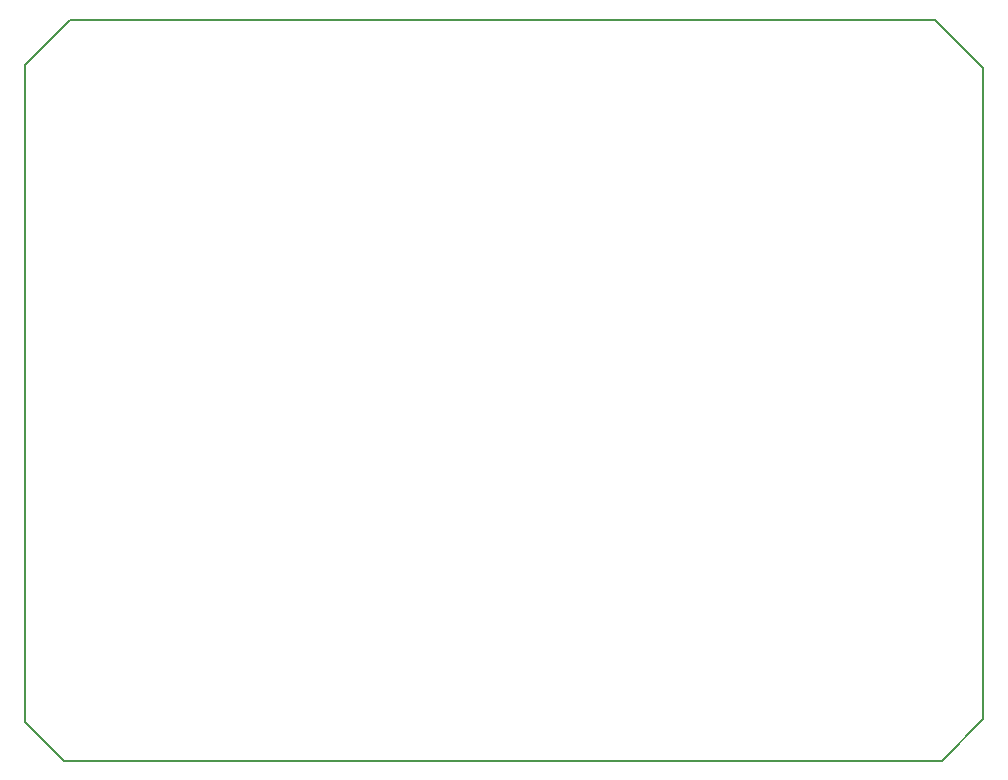
<source format=gm1>
G04 #@! TF.GenerationSoftware,KiCad,Pcbnew,(5.0.2)-1*
G04 #@! TF.CreationDate,2024-08-16T20:27:31+02:00*
G04 #@! TF.ProjectId,MashMachine,4d617368-4d61-4636-9869-6e652e6b6963,rev?*
G04 #@! TF.SameCoordinates,Original*
G04 #@! TF.FileFunction,Profile,NP*
%FSLAX46Y46*%
G04 Gerber Fmt 4.6, Leading zero omitted, Abs format (unit mm)*
G04 Created by KiCad (PCBNEW (5.0.2)-1) date 08/16/24 20:27:31*
%MOMM*%
%LPD*%
G01*
G04 APERTURE LIST*
%ADD10C,0.150000*%
G04 APERTURE END LIST*
D10*
X173926500Y-142748000D02*
X169164000Y-142748000D01*
X177419000Y-139255500D02*
X173926500Y-142748000D01*
X177419000Y-84074000D02*
X177419000Y-139255500D01*
X173355000Y-80010000D02*
X177419000Y-84074000D01*
X172212000Y-80010000D02*
X173355000Y-80010000D01*
X168148000Y-80010000D02*
X172212000Y-80010000D01*
X96266000Y-83820000D02*
X100076000Y-80010000D01*
X96266000Y-139446000D02*
X96266000Y-83820000D01*
X99568000Y-142748000D02*
X96266000Y-139446000D01*
X169164000Y-142748000D02*
X99568000Y-142748000D01*
X100076000Y-80010000D02*
X168148000Y-80010000D01*
M02*

</source>
